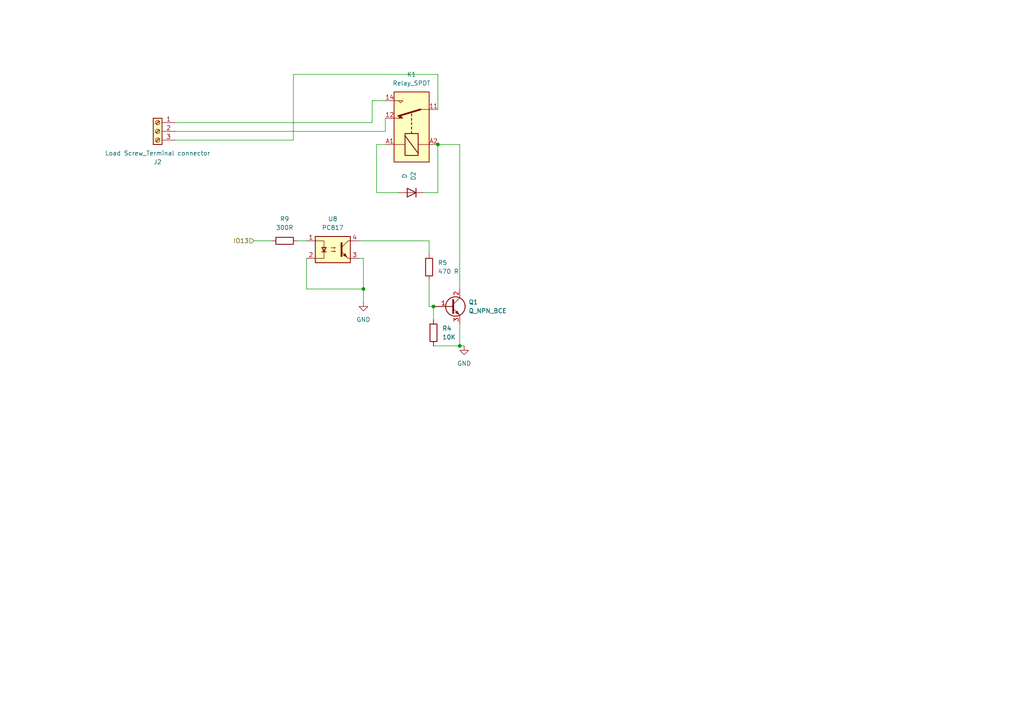
<source format=kicad_sch>
(kicad_sch
	(version 20231120)
	(generator "eeschema")
	(generator_version "8.0")
	(uuid "9ea1a366-8312-4d44-aeff-cd39cdd94cc6")
	(paper "A4")
	(title_block
		(title "RELAY CONTROL FOR ACTUATORS ")
		(date "2025-02-21")
		(rev "1")
		(company "NGA ")
		(comment 1 "DESIGNED BY ALLAN G")
	)
	(lib_symbols
		(symbol "Connector:Screw_Terminal_01x03"
			(pin_names
				(offset 1.016) hide)
			(exclude_from_sim no)
			(in_bom yes)
			(on_board yes)
			(property "Reference" "J"
				(at 0 5.08 0)
				(effects
					(font
						(size 1.27 1.27)
					)
				)
			)
			(property "Value" "Screw_Terminal_01x03"
				(at 0 -5.08 0)
				(effects
					(font
						(size 1.27 1.27)
					)
				)
			)
			(property "Footprint" ""
				(at 0 0 0)
				(effects
					(font
						(size 1.27 1.27)
					)
					(hide yes)
				)
			)
			(property "Datasheet" "~"
				(at 0 0 0)
				(effects
					(font
						(size 1.27 1.27)
					)
					(hide yes)
				)
			)
			(property "Description" "Generic screw terminal, single row, 01x03, script generated (kicad-library-utils/schlib/autogen/connector/)"
				(at 0 0 0)
				(effects
					(font
						(size 1.27 1.27)
					)
					(hide yes)
				)
			)
			(property "ki_keywords" "screw terminal"
				(at 0 0 0)
				(effects
					(font
						(size 1.27 1.27)
					)
					(hide yes)
				)
			)
			(property "ki_fp_filters" "TerminalBlock*:*"
				(at 0 0 0)
				(effects
					(font
						(size 1.27 1.27)
					)
					(hide yes)
				)
			)
			(symbol "Screw_Terminal_01x03_1_1"
				(rectangle
					(start -1.27 3.81)
					(end 1.27 -3.81)
					(stroke
						(width 0.254)
						(type default)
					)
					(fill
						(type background)
					)
				)
				(circle
					(center 0 -2.54)
					(radius 0.635)
					(stroke
						(width 0.1524)
						(type default)
					)
					(fill
						(type none)
					)
				)
				(polyline
					(pts
						(xy -0.5334 -2.2098) (xy 0.3302 -3.048)
					)
					(stroke
						(width 0.1524)
						(type default)
					)
					(fill
						(type none)
					)
				)
				(polyline
					(pts
						(xy -0.5334 0.3302) (xy 0.3302 -0.508)
					)
					(stroke
						(width 0.1524)
						(type default)
					)
					(fill
						(type none)
					)
				)
				(polyline
					(pts
						(xy -0.5334 2.8702) (xy 0.3302 2.032)
					)
					(stroke
						(width 0.1524)
						(type default)
					)
					(fill
						(type none)
					)
				)
				(polyline
					(pts
						(xy -0.3556 -2.032) (xy 0.508 -2.8702)
					)
					(stroke
						(width 0.1524)
						(type default)
					)
					(fill
						(type none)
					)
				)
				(polyline
					(pts
						(xy -0.3556 0.508) (xy 0.508 -0.3302)
					)
					(stroke
						(width 0.1524)
						(type default)
					)
					(fill
						(type none)
					)
				)
				(polyline
					(pts
						(xy -0.3556 3.048) (xy 0.508 2.2098)
					)
					(stroke
						(width 0.1524)
						(type default)
					)
					(fill
						(type none)
					)
				)
				(circle
					(center 0 0)
					(radius 0.635)
					(stroke
						(width 0.1524)
						(type default)
					)
					(fill
						(type none)
					)
				)
				(circle
					(center 0 2.54)
					(radius 0.635)
					(stroke
						(width 0.1524)
						(type default)
					)
					(fill
						(type none)
					)
				)
				(pin passive line
					(at -5.08 2.54 0)
					(length 3.81)
					(name "Pin_1"
						(effects
							(font
								(size 1.27 1.27)
							)
						)
					)
					(number "1"
						(effects
							(font
								(size 1.27 1.27)
							)
						)
					)
				)
				(pin passive line
					(at -5.08 0 0)
					(length 3.81)
					(name "Pin_2"
						(effects
							(font
								(size 1.27 1.27)
							)
						)
					)
					(number "2"
						(effects
							(font
								(size 1.27 1.27)
							)
						)
					)
				)
				(pin passive line
					(at -5.08 -2.54 0)
					(length 3.81)
					(name "Pin_3"
						(effects
							(font
								(size 1.27 1.27)
							)
						)
					)
					(number "3"
						(effects
							(font
								(size 1.27 1.27)
							)
						)
					)
				)
			)
		)
		(symbol "Device:D"
			(pin_numbers hide)
			(pin_names
				(offset 1.016) hide)
			(exclude_from_sim no)
			(in_bom yes)
			(on_board yes)
			(property "Reference" "D"
				(at 0 2.54 0)
				(effects
					(font
						(size 1.27 1.27)
					)
				)
			)
			(property "Value" "D"
				(at 0 -2.54 0)
				(effects
					(font
						(size 1.27 1.27)
					)
				)
			)
			(property "Footprint" ""
				(at 0 0 0)
				(effects
					(font
						(size 1.27 1.27)
					)
					(hide yes)
				)
			)
			(property "Datasheet" "~"
				(at 0 0 0)
				(effects
					(font
						(size 1.27 1.27)
					)
					(hide yes)
				)
			)
			(property "Description" "Diode"
				(at 0 0 0)
				(effects
					(font
						(size 1.27 1.27)
					)
					(hide yes)
				)
			)
			(property "Sim.Device" "D"
				(at 0 0 0)
				(effects
					(font
						(size 1.27 1.27)
					)
					(hide yes)
				)
			)
			(property "Sim.Pins" "1=K 2=A"
				(at 0 0 0)
				(effects
					(font
						(size 1.27 1.27)
					)
					(hide yes)
				)
			)
			(property "ki_keywords" "diode"
				(at 0 0 0)
				(effects
					(font
						(size 1.27 1.27)
					)
					(hide yes)
				)
			)
			(property "ki_fp_filters" "TO-???* *_Diode_* *SingleDiode* D_*"
				(at 0 0 0)
				(effects
					(font
						(size 1.27 1.27)
					)
					(hide yes)
				)
			)
			(symbol "D_0_1"
				(polyline
					(pts
						(xy -1.27 1.27) (xy -1.27 -1.27)
					)
					(stroke
						(width 0.254)
						(type default)
					)
					(fill
						(type none)
					)
				)
				(polyline
					(pts
						(xy 1.27 0) (xy -1.27 0)
					)
					(stroke
						(width 0)
						(type default)
					)
					(fill
						(type none)
					)
				)
				(polyline
					(pts
						(xy 1.27 1.27) (xy 1.27 -1.27) (xy -1.27 0) (xy 1.27 1.27)
					)
					(stroke
						(width 0.254)
						(type default)
					)
					(fill
						(type none)
					)
				)
			)
			(symbol "D_1_1"
				(pin passive line
					(at -3.81 0 0)
					(length 2.54)
					(name "K"
						(effects
							(font
								(size 1.27 1.27)
							)
						)
					)
					(number "1"
						(effects
							(font
								(size 1.27 1.27)
							)
						)
					)
				)
				(pin passive line
					(at 3.81 0 180)
					(length 2.54)
					(name "A"
						(effects
							(font
								(size 1.27 1.27)
							)
						)
					)
					(number "2"
						(effects
							(font
								(size 1.27 1.27)
							)
						)
					)
				)
			)
		)
		(symbol "Device:Q_NPN_BCE"
			(pin_names
				(offset 0) hide)
			(exclude_from_sim no)
			(in_bom yes)
			(on_board yes)
			(property "Reference" "Q"
				(at 5.08 1.27 0)
				(effects
					(font
						(size 1.27 1.27)
					)
					(justify left)
				)
			)
			(property "Value" "Q_NPN_BCE"
				(at 5.08 -1.27 0)
				(effects
					(font
						(size 1.27 1.27)
					)
					(justify left)
				)
			)
			(property "Footprint" ""
				(at 5.08 2.54 0)
				(effects
					(font
						(size 1.27 1.27)
					)
					(hide yes)
				)
			)
			(property "Datasheet" "~"
				(at 0 0 0)
				(effects
					(font
						(size 1.27 1.27)
					)
					(hide yes)
				)
			)
			(property "Description" "NPN transistor, base/collector/emitter"
				(at 0 0 0)
				(effects
					(font
						(size 1.27 1.27)
					)
					(hide yes)
				)
			)
			(property "ki_keywords" "transistor NPN"
				(at 0 0 0)
				(effects
					(font
						(size 1.27 1.27)
					)
					(hide yes)
				)
			)
			(symbol "Q_NPN_BCE_0_1"
				(polyline
					(pts
						(xy 0.635 0.635) (xy 2.54 2.54)
					)
					(stroke
						(width 0)
						(type default)
					)
					(fill
						(type none)
					)
				)
				(polyline
					(pts
						(xy 0.635 -0.635) (xy 2.54 -2.54) (xy 2.54 -2.54)
					)
					(stroke
						(width 0)
						(type default)
					)
					(fill
						(type none)
					)
				)
				(polyline
					(pts
						(xy 0.635 1.905) (xy 0.635 -1.905) (xy 0.635 -1.905)
					)
					(stroke
						(width 0.508)
						(type default)
					)
					(fill
						(type none)
					)
				)
				(polyline
					(pts
						(xy 1.27 -1.778) (xy 1.778 -1.27) (xy 2.286 -2.286) (xy 1.27 -1.778) (xy 1.27 -1.778)
					)
					(stroke
						(width 0)
						(type default)
					)
					(fill
						(type outline)
					)
				)
				(circle
					(center 1.27 0)
					(radius 2.8194)
					(stroke
						(width 0.254)
						(type default)
					)
					(fill
						(type none)
					)
				)
			)
			(symbol "Q_NPN_BCE_1_1"
				(pin input line
					(at -5.08 0 0)
					(length 5.715)
					(name "B"
						(effects
							(font
								(size 1.27 1.27)
							)
						)
					)
					(number "1"
						(effects
							(font
								(size 1.27 1.27)
							)
						)
					)
				)
				(pin passive line
					(at 2.54 5.08 270)
					(length 2.54)
					(name "C"
						(effects
							(font
								(size 1.27 1.27)
							)
						)
					)
					(number "2"
						(effects
							(font
								(size 1.27 1.27)
							)
						)
					)
				)
				(pin passive line
					(at 2.54 -5.08 90)
					(length 2.54)
					(name "E"
						(effects
							(font
								(size 1.27 1.27)
							)
						)
					)
					(number "3"
						(effects
							(font
								(size 1.27 1.27)
							)
						)
					)
				)
			)
		)
		(symbol "Device:R"
			(pin_numbers hide)
			(pin_names
				(offset 0)
			)
			(exclude_from_sim no)
			(in_bom yes)
			(on_board yes)
			(property "Reference" "R"
				(at 2.032 0 90)
				(effects
					(font
						(size 1.27 1.27)
					)
				)
			)
			(property "Value" "R"
				(at 0 0 90)
				(effects
					(font
						(size 1.27 1.27)
					)
				)
			)
			(property "Footprint" ""
				(at -1.778 0 90)
				(effects
					(font
						(size 1.27 1.27)
					)
					(hide yes)
				)
			)
			(property "Datasheet" "~"
				(at 0 0 0)
				(effects
					(font
						(size 1.27 1.27)
					)
					(hide yes)
				)
			)
			(property "Description" "Resistor"
				(at 0 0 0)
				(effects
					(font
						(size 1.27 1.27)
					)
					(hide yes)
				)
			)
			(property "ki_keywords" "R res resistor"
				(at 0 0 0)
				(effects
					(font
						(size 1.27 1.27)
					)
					(hide yes)
				)
			)
			(property "ki_fp_filters" "R_*"
				(at 0 0 0)
				(effects
					(font
						(size 1.27 1.27)
					)
					(hide yes)
				)
			)
			(symbol "R_0_1"
				(rectangle
					(start -1.016 -2.54)
					(end 1.016 2.54)
					(stroke
						(width 0.254)
						(type default)
					)
					(fill
						(type none)
					)
				)
			)
			(symbol "R_1_1"
				(pin passive line
					(at 0 3.81 270)
					(length 1.27)
					(name "~"
						(effects
							(font
								(size 1.27 1.27)
							)
						)
					)
					(number "1"
						(effects
							(font
								(size 1.27 1.27)
							)
						)
					)
				)
				(pin passive line
					(at 0 -3.81 90)
					(length 1.27)
					(name "~"
						(effects
							(font
								(size 1.27 1.27)
							)
						)
					)
					(number "2"
						(effects
							(font
								(size 1.27 1.27)
							)
						)
					)
				)
			)
		)
		(symbol "Isolator:PC817"
			(pin_names
				(offset 1.016)
			)
			(exclude_from_sim no)
			(in_bom yes)
			(on_board yes)
			(property "Reference" "U"
				(at -5.08 5.08 0)
				(effects
					(font
						(size 1.27 1.27)
					)
					(justify left)
				)
			)
			(property "Value" "PC817"
				(at 0 5.08 0)
				(effects
					(font
						(size 1.27 1.27)
					)
					(justify left)
				)
			)
			(property "Footprint" "Package_DIP:DIP-4_W7.62mm"
				(at -5.08 -5.08 0)
				(effects
					(font
						(size 1.27 1.27)
						(italic yes)
					)
					(justify left)
					(hide yes)
				)
			)
			(property "Datasheet" "http://www.soselectronic.cz/a_info/resource/d/pc817.pdf"
				(at 0 0 0)
				(effects
					(font
						(size 1.27 1.27)
					)
					(justify left)
					(hide yes)
				)
			)
			(property "Description" "DC Optocoupler, Vce 35V, CTR 50-300%, DIP-4"
				(at 0 0 0)
				(effects
					(font
						(size 1.27 1.27)
					)
					(hide yes)
				)
			)
			(property "ki_keywords" "NPN DC Optocoupler"
				(at 0 0 0)
				(effects
					(font
						(size 1.27 1.27)
					)
					(hide yes)
				)
			)
			(property "ki_fp_filters" "DIP*W7.62mm*"
				(at 0 0 0)
				(effects
					(font
						(size 1.27 1.27)
					)
					(hide yes)
				)
			)
			(symbol "PC817_0_1"
				(rectangle
					(start -5.08 3.81)
					(end 5.08 -3.81)
					(stroke
						(width 0.254)
						(type default)
					)
					(fill
						(type background)
					)
				)
				(polyline
					(pts
						(xy -3.175 -0.635) (xy -1.905 -0.635)
					)
					(stroke
						(width 0.254)
						(type default)
					)
					(fill
						(type none)
					)
				)
				(polyline
					(pts
						(xy 2.54 0.635) (xy 4.445 2.54)
					)
					(stroke
						(width 0)
						(type default)
					)
					(fill
						(type none)
					)
				)
				(polyline
					(pts
						(xy 4.445 -2.54) (xy 2.54 -0.635)
					)
					(stroke
						(width 0)
						(type default)
					)
					(fill
						(type outline)
					)
				)
				(polyline
					(pts
						(xy 4.445 -2.54) (xy 5.08 -2.54)
					)
					(stroke
						(width 0)
						(type default)
					)
					(fill
						(type none)
					)
				)
				(polyline
					(pts
						(xy 4.445 2.54) (xy 5.08 2.54)
					)
					(stroke
						(width 0)
						(type default)
					)
					(fill
						(type none)
					)
				)
				(polyline
					(pts
						(xy -5.08 2.54) (xy -2.54 2.54) (xy -2.54 -0.635)
					)
					(stroke
						(width 0)
						(type default)
					)
					(fill
						(type none)
					)
				)
				(polyline
					(pts
						(xy -2.54 -0.635) (xy -2.54 -2.54) (xy -5.08 -2.54)
					)
					(stroke
						(width 0)
						(type default)
					)
					(fill
						(type none)
					)
				)
				(polyline
					(pts
						(xy 2.54 1.905) (xy 2.54 -1.905) (xy 2.54 -1.905)
					)
					(stroke
						(width 0.508)
						(type default)
					)
					(fill
						(type none)
					)
				)
				(polyline
					(pts
						(xy -2.54 -0.635) (xy -3.175 0.635) (xy -1.905 0.635) (xy -2.54 -0.635)
					)
					(stroke
						(width 0.254)
						(type default)
					)
					(fill
						(type none)
					)
				)
				(polyline
					(pts
						(xy -0.508 -0.508) (xy 0.762 -0.508) (xy 0.381 -0.635) (xy 0.381 -0.381) (xy 0.762 -0.508)
					)
					(stroke
						(width 0)
						(type default)
					)
					(fill
						(type none)
					)
				)
				(polyline
					(pts
						(xy -0.508 0.508) (xy 0.762 0.508) (xy 0.381 0.381) (xy 0.381 0.635) (xy 0.762 0.508)
					)
					(stroke
						(width 0)
						(type default)
					)
					(fill
						(type none)
					)
				)
				(polyline
					(pts
						(xy 3.048 -1.651) (xy 3.556 -1.143) (xy 4.064 -2.159) (xy 3.048 -1.651) (xy 3.048 -1.651)
					)
					(stroke
						(width 0)
						(type default)
					)
					(fill
						(type outline)
					)
				)
			)
			(symbol "PC817_1_1"
				(pin passive line
					(at -7.62 2.54 0)
					(length 2.54)
					(name "~"
						(effects
							(font
								(size 1.27 1.27)
							)
						)
					)
					(number "1"
						(effects
							(font
								(size 1.27 1.27)
							)
						)
					)
				)
				(pin passive line
					(at -7.62 -2.54 0)
					(length 2.54)
					(name "~"
						(effects
							(font
								(size 1.27 1.27)
							)
						)
					)
					(number "2"
						(effects
							(font
								(size 1.27 1.27)
							)
						)
					)
				)
				(pin passive line
					(at 7.62 -2.54 180)
					(length 2.54)
					(name "~"
						(effects
							(font
								(size 1.27 1.27)
							)
						)
					)
					(number "3"
						(effects
							(font
								(size 1.27 1.27)
							)
						)
					)
				)
				(pin passive line
					(at 7.62 2.54 180)
					(length 2.54)
					(name "~"
						(effects
							(font
								(size 1.27 1.27)
							)
						)
					)
					(number "4"
						(effects
							(font
								(size 1.27 1.27)
							)
						)
					)
				)
			)
		)
		(symbol "Relay:Relay_SPDT"
			(exclude_from_sim no)
			(in_bom yes)
			(on_board yes)
			(property "Reference" "K"
				(at 11.43 3.81 0)
				(effects
					(font
						(size 1.27 1.27)
					)
					(justify left)
				)
			)
			(property "Value" "Relay_SPDT"
				(at 11.43 1.27 0)
				(effects
					(font
						(size 1.27 1.27)
					)
					(justify left)
				)
			)
			(property "Footprint" ""
				(at 11.43 -1.27 0)
				(effects
					(font
						(size 1.27 1.27)
					)
					(justify left)
					(hide yes)
				)
			)
			(property "Datasheet" "~"
				(at 0 0 0)
				(effects
					(font
						(size 1.27 1.27)
					)
					(hide yes)
				)
			)
			(property "Description" "Relay SPDT, monostable, EN50005"
				(at 0 0 0)
				(effects
					(font
						(size 1.27 1.27)
					)
					(hide yes)
				)
			)
			(property "ki_keywords" "1P2T 1-Form-C single pole throw"
				(at 0 0 0)
				(effects
					(font
						(size 1.27 1.27)
					)
					(hide yes)
				)
			)
			(property "ki_fp_filters" "Relay?SPDT*"
				(at 0 0 0)
				(effects
					(font
						(size 1.27 1.27)
					)
					(hide yes)
				)
			)
			(symbol "Relay_SPDT_0_0"
				(polyline
					(pts
						(xy 7.62 5.08) (xy 7.62 2.54) (xy 6.985 3.175) (xy 7.62 3.81)
					)
					(stroke
						(width 0)
						(type default)
					)
					(fill
						(type none)
					)
				)
			)
			(symbol "Relay_SPDT_0_1"
				(rectangle
					(start -10.16 5.08)
					(end 10.16 -5.08)
					(stroke
						(width 0.254)
						(type default)
					)
					(fill
						(type background)
					)
				)
				(rectangle
					(start -8.255 1.905)
					(end -1.905 -1.905)
					(stroke
						(width 0.254)
						(type default)
					)
					(fill
						(type none)
					)
				)
				(polyline
					(pts
						(xy -7.62 -1.905) (xy -2.54 1.905)
					)
					(stroke
						(width 0.254)
						(type default)
					)
					(fill
						(type none)
					)
				)
				(polyline
					(pts
						(xy -5.08 -5.08) (xy -5.08 -1.905)
					)
					(stroke
						(width 0)
						(type default)
					)
					(fill
						(type none)
					)
				)
				(polyline
					(pts
						(xy -5.08 5.08) (xy -5.08 1.905)
					)
					(stroke
						(width 0)
						(type default)
					)
					(fill
						(type none)
					)
				)
				(polyline
					(pts
						(xy -1.905 0) (xy -1.27 0)
					)
					(stroke
						(width 0.254)
						(type default)
					)
					(fill
						(type none)
					)
				)
				(polyline
					(pts
						(xy -0.635 0) (xy 0 0)
					)
					(stroke
						(width 0.254)
						(type default)
					)
					(fill
						(type none)
					)
				)
				(polyline
					(pts
						(xy 0.635 0) (xy 1.27 0)
					)
					(stroke
						(width 0.254)
						(type default)
					)
					(fill
						(type none)
					)
				)
				(polyline
					(pts
						(xy 1.905 0) (xy 2.54 0)
					)
					(stroke
						(width 0.254)
						(type default)
					)
					(fill
						(type none)
					)
				)
				(polyline
					(pts
						(xy 3.175 0) (xy 3.81 0)
					)
					(stroke
						(width 0.254)
						(type default)
					)
					(fill
						(type none)
					)
				)
				(polyline
					(pts
						(xy 5.08 -2.54) (xy 3.175 3.81)
					)
					(stroke
						(width 0.508)
						(type default)
					)
					(fill
						(type none)
					)
				)
				(polyline
					(pts
						(xy 5.08 -2.54) (xy 5.08 -5.08)
					)
					(stroke
						(width 0)
						(type default)
					)
					(fill
						(type none)
					)
				)
				(polyline
					(pts
						(xy 2.54 5.08) (xy 2.54 2.54) (xy 3.175 3.175) (xy 2.54 3.81)
					)
					(stroke
						(width 0)
						(type default)
					)
					(fill
						(type outline)
					)
				)
			)
			(symbol "Relay_SPDT_1_1"
				(pin passive line
					(at 5.08 -7.62 90)
					(length 2.54)
					(name "~"
						(effects
							(font
								(size 1.27 1.27)
							)
						)
					)
					(number "11"
						(effects
							(font
								(size 1.27 1.27)
							)
						)
					)
				)
				(pin passive line
					(at 2.54 7.62 270)
					(length 2.54)
					(name "~"
						(effects
							(font
								(size 1.27 1.27)
							)
						)
					)
					(number "12"
						(effects
							(font
								(size 1.27 1.27)
							)
						)
					)
				)
				(pin passive line
					(at 7.62 7.62 270)
					(length 2.54)
					(name "~"
						(effects
							(font
								(size 1.27 1.27)
							)
						)
					)
					(number "14"
						(effects
							(font
								(size 1.27 1.27)
							)
						)
					)
				)
				(pin passive line
					(at -5.08 7.62 270)
					(length 2.54)
					(name "~"
						(effects
							(font
								(size 1.27 1.27)
							)
						)
					)
					(number "A1"
						(effects
							(font
								(size 1.27 1.27)
							)
						)
					)
				)
				(pin passive line
					(at -5.08 -7.62 90)
					(length 2.54)
					(name "~"
						(effects
							(font
								(size 1.27 1.27)
							)
						)
					)
					(number "A2"
						(effects
							(font
								(size 1.27 1.27)
							)
						)
					)
				)
			)
		)
		(symbol "power:GND"
			(power)
			(pin_numbers hide)
			(pin_names
				(offset 0) hide)
			(exclude_from_sim no)
			(in_bom yes)
			(on_board yes)
			(property "Reference" "#PWR"
				(at 0 -6.35 0)
				(effects
					(font
						(size 1.27 1.27)
					)
					(hide yes)
				)
			)
			(property "Value" "GND"
				(at 0 -3.81 0)
				(effects
					(font
						(size 1.27 1.27)
					)
				)
			)
			(property "Footprint" ""
				(at 0 0 0)
				(effects
					(font
						(size 1.27 1.27)
					)
					(hide yes)
				)
			)
			(property "Datasheet" ""
				(at 0 0 0)
				(effects
					(font
						(size 1.27 1.27)
					)
					(hide yes)
				)
			)
			(property "Description" "Power symbol creates a global label with name \"GND\" , ground"
				(at 0 0 0)
				(effects
					(font
						(size 1.27 1.27)
					)
					(hide yes)
				)
			)
			(property "ki_keywords" "global power"
				(at 0 0 0)
				(effects
					(font
						(size 1.27 1.27)
					)
					(hide yes)
				)
			)
			(symbol "GND_0_1"
				(polyline
					(pts
						(xy 0 0) (xy 0 -1.27) (xy 1.27 -1.27) (xy 0 -2.54) (xy -1.27 -1.27) (xy 0 -1.27)
					)
					(stroke
						(width 0)
						(type default)
					)
					(fill
						(type none)
					)
				)
			)
			(symbol "GND_1_1"
				(pin power_in line
					(at 0 0 270)
					(length 0)
					(name "~"
						(effects
							(font
								(size 1.27 1.27)
							)
						)
					)
					(number "1"
						(effects
							(font
								(size 1.27 1.27)
							)
						)
					)
				)
			)
		)
	)
	(junction
		(at 133.35 100.33)
		(diameter 0)
		(color 0 0 0 0)
		(uuid "7a2e1c80-6087-4f46-9a27-e78d6bd8b527")
	)
	(junction
		(at 127 41.91)
		(diameter 0)
		(color 0 0 0 0)
		(uuid "9f399713-05d3-4754-b497-21df47c7effd")
	)
	(junction
		(at 105.41 83.82)
		(diameter 0)
		(color 0 0 0 0)
		(uuid "f21343e0-73f8-4c96-b221-d9d1f3db78f7")
	)
	(junction
		(at 125.73 88.9)
		(diameter 0)
		(color 0 0 0 0)
		(uuid "f91e13c9-308c-4e7b-be38-4fc8c9b12f07")
	)
	(wire
		(pts
			(xy 50.8 40.64) (xy 85.09 40.64)
		)
		(stroke
			(width 0)
			(type default)
		)
		(uuid "00806ad9-fb39-47ac-ae29-7681ab5638cf")
	)
	(wire
		(pts
			(xy 124.46 81.28) (xy 124.46 88.9)
		)
		(stroke
			(width 0)
			(type default)
		)
		(uuid "0ecdab58-238a-4330-bca4-6845ace9534d")
	)
	(wire
		(pts
			(xy 125.73 88.9) (xy 125.73 92.71)
		)
		(stroke
			(width 0)
			(type default)
		)
		(uuid "1058d5f1-3a50-4fd9-9fcf-cd654d24e5ce")
	)
	(wire
		(pts
			(xy 124.46 73.66) (xy 124.46 69.85)
		)
		(stroke
			(width 0)
			(type default)
		)
		(uuid "10e941a2-90c3-4af5-8145-0027519963bf")
	)
	(wire
		(pts
			(xy 127 41.91) (xy 133.35 41.91)
		)
		(stroke
			(width 0)
			(type default)
		)
		(uuid "164c57eb-7957-4e7f-94dc-2a974b32e18c")
	)
	(wire
		(pts
			(xy 124.46 88.9) (xy 125.73 88.9)
		)
		(stroke
			(width 0)
			(type default)
		)
		(uuid "17176f3a-0c80-45d3-ac9b-5d325f63a39f")
	)
	(wire
		(pts
			(xy 133.35 93.98) (xy 133.35 100.33)
		)
		(stroke
			(width 0)
			(type default)
		)
		(uuid "185e2260-316e-494c-ad4f-9548f2682dc1")
	)
	(wire
		(pts
			(xy 88.9 74.93) (xy 88.9 83.82)
		)
		(stroke
			(width 0)
			(type default)
		)
		(uuid "375e2add-b5fb-44a6-82f8-730726868019")
	)
	(wire
		(pts
			(xy 109.22 41.91) (xy 109.22 55.88)
		)
		(stroke
			(width 0)
			(type default)
		)
		(uuid "3b2f30f8-9b2c-4b31-b5cb-a0eb2e3a828f")
	)
	(wire
		(pts
			(xy 50.8 38.1) (xy 111.76 38.1)
		)
		(stroke
			(width 0)
			(type default)
		)
		(uuid "417ba709-878b-49fb-b94d-f173811b9f3c")
	)
	(wire
		(pts
			(xy 123.19 55.88) (xy 127 55.88)
		)
		(stroke
			(width 0)
			(type default)
		)
		(uuid "5c8ee2bb-f73b-486e-addd-f2cf643ada9a")
	)
	(wire
		(pts
			(xy 107.95 29.21) (xy 111.76 29.21)
		)
		(stroke
			(width 0)
			(type default)
		)
		(uuid "61f64275-4375-4e72-9803-999271b60aa2")
	)
	(wire
		(pts
			(xy 133.35 100.33) (xy 134.62 100.33)
		)
		(stroke
			(width 0)
			(type default)
		)
		(uuid "6881aaba-73b3-42b1-bba4-72e28482a712")
	)
	(wire
		(pts
			(xy 133.35 41.91) (xy 133.35 83.82)
		)
		(stroke
			(width 0)
			(type default)
		)
		(uuid "6ffb4f65-e064-4d87-a6b6-800e13ba7120")
	)
	(wire
		(pts
			(xy 73.66 69.85) (xy 78.74 69.85)
		)
		(stroke
			(width 0)
			(type default)
		)
		(uuid "8a97e460-46aa-4a49-87a2-f417ded4aece")
	)
	(wire
		(pts
			(xy 125.73 100.33) (xy 133.35 100.33)
		)
		(stroke
			(width 0)
			(type default)
		)
		(uuid "8e79c216-581b-431e-8c7c-287593abc763")
	)
	(wire
		(pts
			(xy 111.76 41.91) (xy 109.22 41.91)
		)
		(stroke
			(width 0)
			(type default)
		)
		(uuid "8fd779ce-de9c-4ac8-a193-12fb5dee9283")
	)
	(wire
		(pts
			(xy 107.95 35.56) (xy 107.95 29.21)
		)
		(stroke
			(width 0)
			(type default)
		)
		(uuid "a1855484-58b9-45e8-9ffa-5ee1f154ffd1")
	)
	(wire
		(pts
			(xy 127 55.88) (xy 127 41.91)
		)
		(stroke
			(width 0)
			(type default)
		)
		(uuid "a58a5867-bfcc-4314-80b8-8624392619eb")
	)
	(wire
		(pts
			(xy 105.41 74.93) (xy 104.14 74.93)
		)
		(stroke
			(width 0)
			(type default)
		)
		(uuid "a8a79de6-ef2c-4add-9119-8264c1974e74")
	)
	(wire
		(pts
			(xy 88.9 83.82) (xy 105.41 83.82)
		)
		(stroke
			(width 0)
			(type default)
		)
		(uuid "b01fb9d9-641f-4cb3-b36c-7b33d126453f")
	)
	(wire
		(pts
			(xy 105.41 83.82) (xy 105.41 74.93)
		)
		(stroke
			(width 0)
			(type default)
		)
		(uuid "b0c1bf6a-ce2e-4b10-b345-e3d4b16fdc0e")
	)
	(wire
		(pts
			(xy 85.09 21.59) (xy 127 21.59)
		)
		(stroke
			(width 0)
			(type default)
		)
		(uuid "b60b06a3-1269-4b23-95fd-2bc7ac6d7760")
	)
	(wire
		(pts
			(xy 50.8 35.56) (xy 107.95 35.56)
		)
		(stroke
			(width 0)
			(type default)
		)
		(uuid "bc4b0ccc-f258-4fbc-a954-e93e741d2b8c")
	)
	(wire
		(pts
			(xy 85.09 40.64) (xy 85.09 21.59)
		)
		(stroke
			(width 0)
			(type default)
		)
		(uuid "bea9a2b0-2ae2-40cd-83ca-a24ded3d2323")
	)
	(wire
		(pts
			(xy 86.36 69.85) (xy 88.9 69.85)
		)
		(stroke
			(width 0)
			(type default)
		)
		(uuid "c99fd5da-d122-4e3a-a717-d1eb551672cb")
	)
	(wire
		(pts
			(xy 109.22 55.88) (xy 115.57 55.88)
		)
		(stroke
			(width 0)
			(type default)
		)
		(uuid "ccbc15ba-3836-4c04-8225-708885fc23b5")
	)
	(wire
		(pts
			(xy 105.41 87.63) (xy 105.41 83.82)
		)
		(stroke
			(width 0)
			(type default)
		)
		(uuid "cd671f59-f43e-422f-b339-03d795c0f97e")
	)
	(wire
		(pts
			(xy 127 21.59) (xy 127 31.75)
		)
		(stroke
			(width 0)
			(type default)
		)
		(uuid "d4fa2cb6-dde9-4ab6-a081-6021e352a562")
	)
	(wire
		(pts
			(xy 111.76 38.1) (xy 111.76 34.29)
		)
		(stroke
			(width 0)
			(type default)
		)
		(uuid "dfd10104-c4ab-4bc3-adc1-e0b0a580c39f")
	)
	(wire
		(pts
			(xy 104.14 69.85) (xy 124.46 69.85)
		)
		(stroke
			(width 0)
			(type default)
		)
		(uuid "f18d0397-315d-47f6-a6a4-9105b078fc65")
	)
	(hierarchical_label "IO13"
		(shape input)
		(at 73.66 69.85 180)
		(effects
			(font
				(size 1.27 1.27)
			)
			(justify right)
		)
		(uuid "add73ed5-99d5-4bb2-9029-30d97a5033d4")
	)
	(symbol
		(lib_id "Relay:Relay_SPDT")
		(at 119.38 36.83 90)
		(unit 1)
		(exclude_from_sim no)
		(in_bom yes)
		(on_board yes)
		(dnp no)
		(fields_autoplaced yes)
		(uuid "2e5ba993-dd6d-4838-bcb1-726182b84fdf")
		(property "Reference" "K1"
			(at 119.38 21.59 90)
			(effects
				(font
					(size 1.27 1.27)
				)
			)
		)
		(property "Value" "Relay_SPDT"
			(at 119.38 24.13 90)
			(effects
				(font
					(size 1.27 1.27)
				)
			)
		)
		(property "Footprint" "Relay_THT:Relay_SPDT_Hongfa_JQC-3FF_0XX-1Z"
			(at 120.65 25.4 0)
			(effects
				(font
					(size 1.27 1.27)
				)
				(justify left)
				(hide yes)
			)
		)
		(property "Datasheet" "~"
			(at 119.38 36.83 0)
			(effects
				(font
					(size 1.27 1.27)
				)
				(hide yes)
			)
		)
		(property "Description" "Relay SPDT, monostable, EN50005"
			(at 119.38 36.83 0)
			(effects
				(font
					(size 1.27 1.27)
				)
				(hide yes)
			)
		)
		(pin "11"
			(uuid "130f9f73-2c90-457f-95ee-6093252331a7")
		)
		(pin "14"
			(uuid "cc663fdd-3d7e-47d3-8a41-1e112db4eb4b")
		)
		(pin "A2"
			(uuid "61211393-5889-4ca3-a76b-aa01cdf443e0")
		)
		(pin "A1"
			(uuid "a2699ab4-e07e-41d9-bf19-9eb66de7d902")
		)
		(pin "12"
			(uuid "aafc254f-4183-4f43-b248-2adc85a7ef7b")
		)
		(instances
			(project ""
				(path "/0fdfe1ab-72bc-4993-b1c2-70ee1668a905/c634ec62-2b55-48c0-9042-0e3bf93cac8f"
					(reference "K1")
					(unit 1)
				)
			)
		)
	)
	(symbol
		(lib_id "Device:D")
		(at 119.38 55.88 180)
		(unit 1)
		(exclude_from_sim no)
		(in_bom yes)
		(on_board yes)
		(dnp no)
		(uuid "749db784-90fd-4b12-9896-d63a462081ed")
		(property "Reference" "D2"
			(at 119.888 51.054 90)
			(effects
				(font
					(size 1.27 1.27)
				)
			)
		)
		(property "Value" "D"
			(at 117.348 51.054 90)
			(effects
				(font
					(size 1.27 1.27)
				)
			)
		)
		(property "Footprint" "Diode_SMD:D_0805_2012Metric"
			(at 119.38 55.88 0)
			(effects
				(font
					(size 1.27 1.27)
				)
				(hide yes)
			)
		)
		(property "Datasheet" "~"
			(at 119.38 55.88 0)
			(effects
				(font
					(size 1.27 1.27)
				)
				(hide yes)
			)
		)
		(property "Description" "Diode"
			(at 119.38 55.88 0)
			(effects
				(font
					(size 1.27 1.27)
				)
				(hide yes)
			)
		)
		(property "Sim.Device" "D"
			(at 119.38 55.88 0)
			(effects
				(font
					(size 1.27 1.27)
				)
				(hide yes)
			)
		)
		(property "Sim.Pins" "1=K 2=A"
			(at 119.38 55.88 0)
			(effects
				(font
					(size 1.27 1.27)
				)
				(hide yes)
			)
		)
		(pin "2"
			(uuid "184201b3-3586-47a1-978a-626e0d91e612")
		)
		(pin "1"
			(uuid "491ee410-e911-4d4e-a57d-4482c4abdd6b")
		)
		(instances
			(project ""
				(path "/0fdfe1ab-72bc-4993-b1c2-70ee1668a905/c634ec62-2b55-48c0-9042-0e3bf93cac8f"
					(reference "D2")
					(unit 1)
				)
			)
		)
	)
	(symbol
		(lib_id "Isolator:PC817")
		(at 96.52 72.39 0)
		(unit 1)
		(exclude_from_sim no)
		(in_bom yes)
		(on_board yes)
		(dnp no)
		(fields_autoplaced yes)
		(uuid "78462ff6-eac4-4a48-b538-330243cbb1cd")
		(property "Reference" "U8"
			(at 96.52 63.5 0)
			(effects
				(font
					(size 1.27 1.27)
				)
			)
		)
		(property "Value" "PC817"
			(at 96.52 66.04 0)
			(effects
				(font
					(size 1.27 1.27)
				)
			)
		)
		(property "Footprint" "Package_DIP:DIP-4_W7.62mm"
			(at 91.44 77.47 0)
			(effects
				(font
					(size 1.27 1.27)
					(italic yes)
				)
				(justify left)
				(hide yes)
			)
		)
		(property "Datasheet" "http://www.soselectronic.cz/a_info/resource/d/pc817.pdf"
			(at 96.52 72.39 0)
			(effects
				(font
					(size 1.27 1.27)
				)
				(justify left)
				(hide yes)
			)
		)
		(property "Description" "DC Optocoupler, Vce 35V, CTR 50-300%, DIP-4"
			(at 96.52 72.39 0)
			(effects
				(font
					(size 1.27 1.27)
				)
				(hide yes)
			)
		)
		(pin "4"
			(uuid "6ba3f017-4a3e-496e-9c03-baa2485d7917")
		)
		(pin "1"
			(uuid "91dc3fd6-6230-454a-9d32-fbadb10ad030")
		)
		(pin "3"
			(uuid "a62f8e03-c882-4eed-81be-92d2d94a1434")
		)
		(pin "2"
			(uuid "82d3282c-6110-4f23-aad6-ca0e68549f85")
		)
		(instances
			(project ""
				(path "/0fdfe1ab-72bc-4993-b1c2-70ee1668a905/c634ec62-2b55-48c0-9042-0e3bf93cac8f"
					(reference "U8")
					(unit 1)
				)
			)
		)
	)
	(symbol
		(lib_id "Device:R")
		(at 82.55 69.85 90)
		(unit 1)
		(exclude_from_sim no)
		(in_bom yes)
		(on_board yes)
		(dnp no)
		(fields_autoplaced yes)
		(uuid "7cf84827-82ad-4292-80ed-1ecac6425bf2")
		(property "Reference" "R9"
			(at 82.55 63.5 90)
			(effects
				(font
					(size 1.27 1.27)
				)
			)
		)
		(property "Value" "300R"
			(at 82.55 66.04 90)
			(effects
				(font
					(size 1.27 1.27)
				)
			)
		)
		(property "Footprint" "Resistor_SMD:R_0603_1608Metric"
			(at 82.55 71.628 90)
			(effects
				(font
					(size 1.27 1.27)
				)
				(hide yes)
			)
		)
		(property "Datasheet" "~"
			(at 82.55 69.85 0)
			(effects
				(font
					(size 1.27 1.27)
				)
				(hide yes)
			)
		)
		(property "Description" "Resistor"
			(at 82.55 69.85 0)
			(effects
				(font
					(size 1.27 1.27)
				)
				(hide yes)
			)
		)
		(pin "1"
			(uuid "f0022a61-96d2-4be7-ba4b-a1354478acd2")
		)
		(pin "2"
			(uuid "e26474a4-06a1-4b3e-978c-38fa339592e4")
		)
		(instances
			(project "farmty"
				(path "/0fdfe1ab-72bc-4993-b1c2-70ee1668a905/c634ec62-2b55-48c0-9042-0e3bf93cac8f"
					(reference "R9")
					(unit 1)
				)
			)
		)
	)
	(symbol
		(lib_id "Connector:Screw_Terminal_01x03")
		(at 45.72 38.1 0)
		(mirror y)
		(unit 1)
		(exclude_from_sim no)
		(in_bom yes)
		(on_board yes)
		(dnp no)
		(uuid "91fac945-95b3-4bb9-96b6-56ebeac9b71a")
		(property "Reference" "J2"
			(at 45.72 46.99 0)
			(effects
				(font
					(size 1.27 1.27)
				)
			)
		)
		(property "Value" "Load Screw_Terminal connector"
			(at 45.72 44.45 0)
			(effects
				(font
					(size 1.27 1.27)
				)
			)
		)
		(property "Footprint" "TerminalBlock_Altech:Altech_AK100_1x03_P5.00mm"
			(at 45.72 38.1 0)
			(effects
				(font
					(size 1.27 1.27)
				)
				(hide yes)
			)
		)
		(property "Datasheet" "~"
			(at 45.72 38.1 0)
			(effects
				(font
					(size 1.27 1.27)
				)
				(hide yes)
			)
		)
		(property "Description" "Generic screw terminal, single row, 01x03, script generated (kicad-library-utils/schlib/autogen/connector/)"
			(at 45.72 38.1 0)
			(effects
				(font
					(size 1.27 1.27)
				)
				(hide yes)
			)
		)
		(pin "1"
			(uuid "6becbb51-2ceb-4fd3-ba0f-61522e262f8d")
		)
		(pin "2"
			(uuid "46cb8e28-da6d-466c-b302-f272ddb07b58")
		)
		(pin "3"
			(uuid "083e8920-418b-4dc4-a0e3-51c1e915c6d8")
		)
		(instances
			(project ""
				(path "/0fdfe1ab-72bc-4993-b1c2-70ee1668a905/c634ec62-2b55-48c0-9042-0e3bf93cac8f"
					(reference "J2")
					(unit 1)
				)
			)
		)
	)
	(symbol
		(lib_id "Device:R")
		(at 124.46 77.47 0)
		(unit 1)
		(exclude_from_sim no)
		(in_bom yes)
		(on_board yes)
		(dnp no)
		(fields_autoplaced yes)
		(uuid "a247bb05-9fd9-4826-ba2e-937b91b34371")
		(property "Reference" "R5"
			(at 127 76.1999 0)
			(effects
				(font
					(size 1.27 1.27)
				)
				(justify left)
			)
		)
		(property "Value" "470 R"
			(at 127 78.7399 0)
			(effects
				(font
					(size 1.27 1.27)
				)
				(justify left)
			)
		)
		(property "Footprint" "Resistor_SMD:R_0603_1608Metric"
			(at 122.682 77.47 90)
			(effects
				(font
					(size 1.27 1.27)
				)
				(hide yes)
			)
		)
		(property "Datasheet" "~"
			(at 124.46 77.47 0)
			(effects
				(font
					(size 1.27 1.27)
				)
				(hide yes)
			)
		)
		(property "Description" "Resistor"
			(at 124.46 77.47 0)
			(effects
				(font
					(size 1.27 1.27)
				)
				(hide yes)
			)
		)
		(pin "1"
			(uuid "72ae80af-544d-4a89-b81f-11cda8546a58")
		)
		(pin "2"
			(uuid "947d5622-204d-4661-a183-299f50f6053b")
		)
		(instances
			(project "farmty"
				(path "/0fdfe1ab-72bc-4993-b1c2-70ee1668a905/c634ec62-2b55-48c0-9042-0e3bf93cac8f"
					(reference "R5")
					(unit 1)
				)
			)
		)
	)
	(symbol
		(lib_id "power:GND")
		(at 134.62 100.33 0)
		(unit 1)
		(exclude_from_sim no)
		(in_bom yes)
		(on_board yes)
		(dnp no)
		(fields_autoplaced yes)
		(uuid "acfced3c-d92a-47f5-b677-645a7c7ecdd3")
		(property "Reference" "#PWR021"
			(at 134.62 106.68 0)
			(effects
				(font
					(size 1.27 1.27)
				)
				(hide yes)
			)
		)
		(property "Value" "GND"
			(at 134.62 105.41 0)
			(effects
				(font
					(size 1.27 1.27)
				)
			)
		)
		(property "Footprint" ""
			(at 134.62 100.33 0)
			(effects
				(font
					(size 1.27 1.27)
				)
				(hide yes)
			)
		)
		(property "Datasheet" ""
			(at 134.62 100.33 0)
			(effects
				(font
					(size 1.27 1.27)
				)
				(hide yes)
			)
		)
		(property "Description" "Power symbol creates a global label with name \"GND\" , ground"
			(at 134.62 100.33 0)
			(effects
				(font
					(size 1.27 1.27)
				)
				(hide yes)
			)
		)
		(pin "1"
			(uuid "857eb12f-2918-4cd2-81a1-97a1058b9e2b")
		)
		(instances
			(project "farmty"
				(path "/0fdfe1ab-72bc-4993-b1c2-70ee1668a905/c634ec62-2b55-48c0-9042-0e3bf93cac8f"
					(reference "#PWR021")
					(unit 1)
				)
			)
		)
	)
	(symbol
		(lib_id "power:GND")
		(at 105.41 87.63 0)
		(unit 1)
		(exclude_from_sim no)
		(in_bom yes)
		(on_board yes)
		(dnp no)
		(fields_autoplaced yes)
		(uuid "f077ac4e-777c-48b7-a762-3a98944bfccf")
		(property "Reference" "#PWR020"
			(at 105.41 93.98 0)
			(effects
				(font
					(size 1.27 1.27)
				)
				(hide yes)
			)
		)
		(property "Value" "GND"
			(at 105.41 92.71 0)
			(effects
				(font
					(size 1.27 1.27)
				)
			)
		)
		(property "Footprint" ""
			(at 105.41 87.63 0)
			(effects
				(font
					(size 1.27 1.27)
				)
				(hide yes)
			)
		)
		(property "Datasheet" ""
			(at 105.41 87.63 0)
			(effects
				(font
					(size 1.27 1.27)
				)
				(hide yes)
			)
		)
		(property "Description" "Power symbol creates a global label with name \"GND\" , ground"
			(at 105.41 87.63 0)
			(effects
				(font
					(size 1.27 1.27)
				)
				(hide yes)
			)
		)
		(pin "1"
			(uuid "d6ba63f2-94d0-4051-bf2b-7d3905defbde")
		)
		(instances
			(project ""
				(path "/0fdfe1ab-72bc-4993-b1c2-70ee1668a905/c634ec62-2b55-48c0-9042-0e3bf93cac8f"
					(reference "#PWR020")
					(unit 1)
				)
			)
		)
	)
	(symbol
		(lib_id "Device:R")
		(at 125.73 96.52 0)
		(unit 1)
		(exclude_from_sim no)
		(in_bom yes)
		(on_board yes)
		(dnp no)
		(fields_autoplaced yes)
		(uuid "f55c72be-b742-44fe-9d0e-618194a7965a")
		(property "Reference" "R4"
			(at 128.27 95.2499 0)
			(effects
				(font
					(size 1.27 1.27)
				)
				(justify left)
			)
		)
		(property "Value" "10K"
			(at 128.27 97.7899 0)
			(effects
				(font
					(size 1.27 1.27)
				)
				(justify left)
			)
		)
		(property "Footprint" "Resistor_SMD:R_0603_1608Metric"
			(at 123.952 96.52 90)
			(effects
				(font
					(size 1.27 1.27)
				)
				(hide yes)
			)
		)
		(property "Datasheet" "~"
			(at 125.73 96.52 0)
			(effects
				(font
					(size 1.27 1.27)
				)
				(hide yes)
			)
		)
		(property "Description" "Resistor"
			(at 125.73 96.52 0)
			(effects
				(font
					(size 1.27 1.27)
				)
				(hide yes)
			)
		)
		(property "Sim.Device" "R"
			(at 125.73 96.52 0)
			(effects
				(font
					(size 1.27 1.27)
				)
				(hide yes)
			)
		)
		(property "Sim.Type" "="
			(at 125.73 96.52 0)
			(effects
				(font
					(size 1.27 1.27)
				)
				(hide yes)
			)
		)
		(property "Sim.Params" "r=1OK"
			(at 125.73 96.52 0)
			(effects
				(font
					(size 1.27 1.27)
				)
				(hide yes)
			)
		)
		(property "Sim.Pins" "1=+ 2=-"
			(at 125.73 96.52 0)
			(effects
				(font
					(size 1.27 1.27)
				)
				(hide yes)
			)
		)
		(pin "1"
			(uuid "45a8ae71-87a2-47b5-91a9-5c7277a362a8")
		)
		(pin "2"
			(uuid "f267b664-7880-45e9-b385-6f0bd2b1633f")
		)
		(instances
			(project ""
				(path "/0fdfe1ab-72bc-4993-b1c2-70ee1668a905/c634ec62-2b55-48c0-9042-0e3bf93cac8f"
					(reference "R4")
					(unit 1)
				)
			)
		)
	)
	(symbol
		(lib_id "Device:Q_NPN_BCE")
		(at 130.81 88.9 0)
		(unit 1)
		(exclude_from_sim no)
		(in_bom yes)
		(on_board yes)
		(dnp no)
		(fields_autoplaced yes)
		(uuid "f9d28603-65fb-4a6c-8ed7-4d729f595581")
		(property "Reference" "Q1"
			(at 135.89 87.6299 0)
			(effects
				(font
					(size 1.27 1.27)
				)
				(justify left)
			)
		)
		(property "Value" "Q_NPN_BCE"
			(at 135.89 90.1699 0)
			(effects
				(font
					(size 1.27 1.27)
				)
				(justify left)
			)
		)
		(property "Footprint" "Package_TO_SOT_THT:TO-92_Inline"
			(at 135.89 86.36 0)
			(effects
				(font
					(size 1.27 1.27)
				)
				(hide yes)
			)
		)
		(property "Datasheet" "~"
			(at 130.81 88.9 0)
			(effects
				(font
					(size 1.27 1.27)
				)
				(hide yes)
			)
		)
		(property "Description" "NPN transistor, base/collector/emitter"
			(at 130.81 88.9 0)
			(effects
				(font
					(size 1.27 1.27)
				)
				(hide yes)
			)
		)
		(pin "1"
			(uuid "5b3a050f-5bda-471e-afc9-e105dde81d68")
		)
		(pin "2"
			(uuid "74bb220a-f8ea-4da0-9900-11adf1de89df")
		)
		(pin "3"
			(uuid "261f0851-aa02-460b-89da-dbe7f04b3f0c")
		)
		(instances
			(project ""
				(path "/0fdfe1ab-72bc-4993-b1c2-70ee1668a905/c634ec62-2b55-48c0-9042-0e3bf93cac8f"
					(reference "Q1")
					(unit 1)
				)
			)
		)
	)
)

</source>
